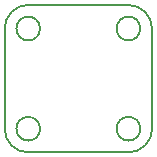
<source format=gm1>
G04 #@! TF.GenerationSoftware,KiCad,Pcbnew,7.0.7*
G04 #@! TF.CreationDate,2024-03-10T05:18:15-05:00*
G04 #@! TF.ProjectId,O12imu,4f313269-6d75-42e6-9b69-6361645f7063,1*
G04 #@! TF.SameCoordinates,Original*
G04 #@! TF.FileFunction,Profile,NP*
%FSLAX46Y46*%
G04 Gerber Fmt 4.6, Leading zero omitted, Abs format (unit mm)*
G04 Created by KiCad (PCBNEW 7.0.7) date 2024-03-10 05:18:15*
%MOMM*%
%LPD*%
G01*
G04 APERTURE LIST*
G04 #@! TA.AperFunction,Profile*
%ADD10C,0.150000*%
G04 #@! TD*
G04 APERTURE END LIST*
D10*
X56242641Y-54242641D02*
X56242641Y-45757359D01*
X55242641Y-54242641D02*
G75*
G03*
X55242641Y-54242641I-1000000J0D01*
G01*
X43757359Y-54242641D02*
G75*
G03*
X45757359Y-56242641I2000041J41D01*
G01*
X54242641Y-56242641D02*
G75*
G03*
X56242641Y-54242641I-41J2000041D01*
G01*
X55242641Y-45757359D02*
G75*
G03*
X55242641Y-45757359I-1000000J0D01*
G01*
X45757359Y-43757359D02*
G75*
G03*
X43757359Y-45757359I41J-2000041D01*
G01*
X43757359Y-45757359D02*
X43757359Y-54242641D01*
X46757359Y-54242641D02*
G75*
G03*
X46757359Y-54242641I-1000000J0D01*
G01*
X56242641Y-45757359D02*
G75*
G03*
X54242641Y-43757359I-2000041J-41D01*
G01*
X45757359Y-56242641D02*
X54242641Y-56242641D01*
X46757359Y-45757359D02*
G75*
G03*
X46757359Y-45757359I-1000000J0D01*
G01*
X54242641Y-43757359D02*
X45757359Y-43757359D01*
M02*

</source>
